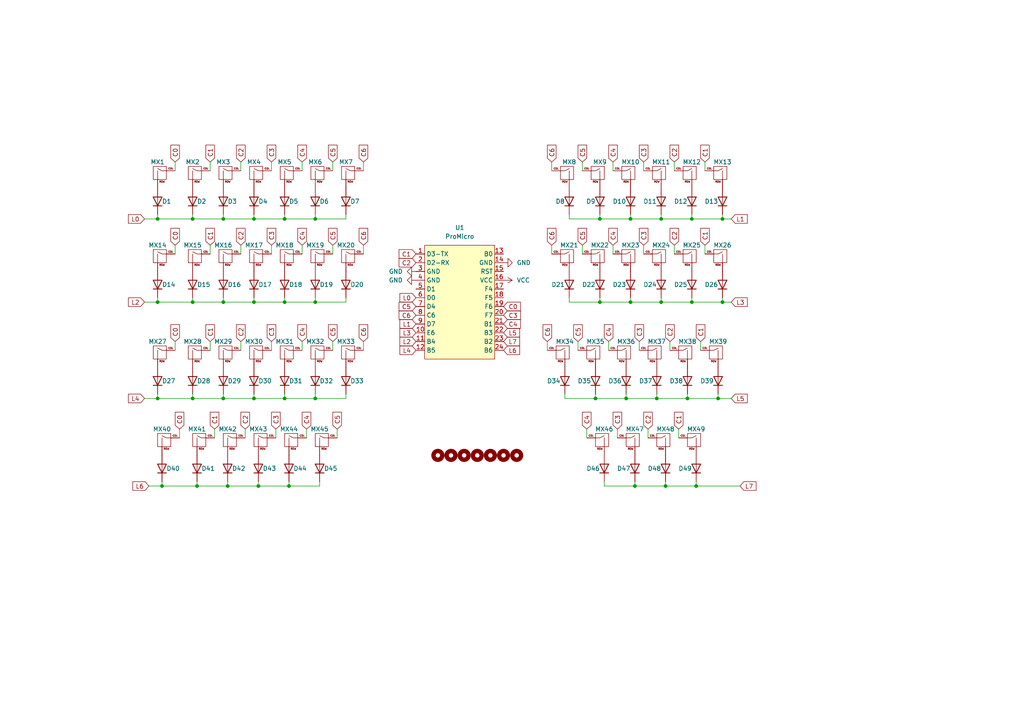
<source format=kicad_sch>
(kicad_sch (version 20230121) (generator eeschema)
  (paper "A4")
  (junction (at 191.77 87.63))
  (junction (at 45.72 115.57))
  (junction (at 83.82 140.97))
  (junction (at 82.55 63.5))
  (junction (at 82.55 87.63))
  (junction (at 64.77 115.57))
  (junction (at 200.66 63.5))
  (junction (at 73.66 87.63))
  (junction (at 66.04 140.97))
  (junction (at 190.5 115.57))
  (junction (at 193.04 140.97))
  (junction (at 73.66 63.5))
  (junction (at 200.66 87.63))
  (junction (at 64.77 87.63))
  (junction (at 74.93 140.97))
  (junction (at 45.72 87.63))
  (junction (at 57.15 140.97))
  (junction (at 201.93 140.97))
  (junction (at 184.15 140.97))
  (junction (at 91.44 63.5))
  (junction (at 82.55 115.57))
  (junction (at 46.99 140.97))
  (junction (at 172.72 115.57))
  (junction (at 55.88 115.57))
  (junction (at 173.99 63.5))
  (junction (at 209.55 63.5))
  (junction (at 73.66 115.57))
  (junction (at 64.77 63.5))
  (junction (at 182.88 63.5))
  (junction (at 182.88 87.63))
  (junction (at 91.44 115.57))
  (junction (at 181.61 115.57))
  (junction (at 191.77 63.5))
  (junction (at 45.72 63.5))
  (junction (at 208.28 115.57))
  (junction (at 55.88 63.5))
  (junction (at 55.88 87.63))
  (junction (at 91.44 87.63))
  (junction (at 209.55 87.63))
  (junction (at 199.39 115.57))
  (junction (at 173.99 87.63))
  (wire (pts (xy 209.55 63.5) (xy 212.09 63.5)))
  (wire (pts (xy 96.52 46.99) (xy 96.52 49.53)))
  (wire (pts (xy 181.61 115.57) (xy 172.72 115.57)))
  (wire (pts (xy 105.41 99.06) (xy 105.41 101.6)))
  (wire (pts (xy 91.44 87.63) (xy 91.44 86.36)))
  (wire (pts (xy 187.96 124.46) (xy 187.96 127)))
  (wire (pts (xy 179.07 124.46) (xy 179.07 127)))
  (wire (pts (xy 200.66 63.5) (xy 200.66 62.23)))
  (wire (pts (xy 173.99 63.5) (xy 165.1 63.5)))
  (wire (pts (xy 193.04 140.97) (xy 184.15 140.97)))
  (wire (pts (xy 57.15 140.97) (xy 66.04 140.97)))
  (wire (pts (xy 168.91 46.99) (xy 168.91 49.53)))
  (wire (pts (xy 208.28 115.57) (xy 199.39 115.57)))
  (wire (pts (xy 177.8 46.99) (xy 177.8 49.53)))
  (wire (pts (xy 45.72 115.57) (xy 45.72 114.3)))
  (wire (pts (xy 57.15 140.97) (xy 57.15 139.7)))
  (wire (pts (xy 45.72 63.5) (xy 55.88 63.5)))
  (wire (pts (xy 194.31 99.06) (xy 194.31 101.6)))
  (wire (pts (xy 50.8 46.99) (xy 50.8 49.53)))
  (wire (pts (xy 60.96 99.06) (xy 60.96 101.6)))
  (wire (pts (xy 195.58 46.99) (xy 195.58 49.53)))
  (wire (pts (xy 83.82 140.97) (xy 92.71 140.97)))
  (wire (pts (xy 173.99 87.63) (xy 173.99 86.36)))
  (wire (pts (xy 69.85 99.06) (xy 69.85 101.6)))
  (wire (pts (xy 100.33 115.57) (xy 100.33 114.3)))
  (wire (pts (xy 62.23 124.46) (xy 62.23 127)))
  (wire (pts (xy 191.77 63.5) (xy 191.77 62.23)))
  (wire (pts (xy 55.88 87.63) (xy 55.88 86.36)))
  (wire (pts (xy 200.66 63.5) (xy 209.55 63.5)))
  (wire (pts (xy 105.41 71.12) (xy 105.41 73.66)))
  (wire (pts (xy 60.96 46.99) (xy 60.96 49.53)))
  (wire (pts (xy 191.77 87.63) (xy 191.77 86.36)))
  (wire (pts (xy 55.88 63.5) (xy 64.77 63.5)))
  (wire (pts (xy 73.66 87.63) (xy 82.55 87.63)))
  (wire (pts (xy 190.5 115.57) (xy 181.61 115.57)))
  (wire (pts (xy 64.77 115.57) (xy 64.77 114.3)))
  (wire (pts (xy 73.66 115.57) (xy 73.66 114.3)))
  (wire (pts (xy 82.55 63.5) (xy 82.55 62.23)))
  (wire (pts (xy 71.12 124.46) (xy 71.12 127)))
  (wire (pts (xy 167.64 99.06) (xy 167.64 101.6)))
  (wire (pts (xy 69.85 71.12) (xy 69.85 73.66)))
  (wire (pts (xy 92.71 140.97) (xy 92.71 139.7)))
  (wire (pts (xy 55.88 115.57) (xy 64.77 115.57)))
  (wire (pts (xy 176.53 99.06) (xy 176.53 101.6)))
  (wire (pts (xy 45.72 63.5) (xy 45.72 62.23)))
  (wire (pts (xy 52.07 124.46) (xy 52.07 127)))
  (wire (pts (xy 55.88 63.5) (xy 55.88 62.23)))
  (wire (pts (xy 209.55 87.63) (xy 212.09 87.63)))
  (wire (pts (xy 182.88 63.5) (xy 173.99 63.5)))
  (wire (pts (xy 64.77 115.57) (xy 73.66 115.57)))
  (wire (pts (xy 78.74 71.12) (xy 78.74 73.66)))
  (wire (pts (xy 50.8 99.06) (xy 50.8 101.6)))
  (wire (pts (xy 73.66 63.5) (xy 82.55 63.5)))
  (wire (pts (xy 195.58 71.12) (xy 195.58 73.66)))
  (wire (pts (xy 87.63 99.06) (xy 87.63 101.6)))
  (wire (pts (xy 64.77 87.63) (xy 64.77 86.36)))
  (wire (pts (xy 181.61 115.57) (xy 181.61 114.3)))
  (wire (pts (xy 50.8 71.12) (xy 50.8 73.66)))
  (wire (pts (xy 172.72 115.57) (xy 172.72 114.3)))
  (wire (pts (xy 201.93 140.97) (xy 214.63 140.97)))
  (wire (pts (xy 73.66 87.63) (xy 73.66 86.36)))
  (wire (pts (xy 204.47 46.99) (xy 204.47 49.53)))
  (wire (pts (xy 78.74 46.99) (xy 78.74 49.53)))
  (wire (pts (xy 41.91 63.5) (xy 45.72 63.5)))
  (wire (pts (xy 45.72 115.57) (xy 55.88 115.57)))
  (wire (pts (xy 175.26 140.97) (xy 175.26 139.7)))
  (wire (pts (xy 182.88 63.5) (xy 182.88 62.23)))
  (wire (pts (xy 209.55 63.5) (xy 209.55 62.23)))
  (wire (pts (xy 182.88 87.63) (xy 182.88 86.36)))
  (wire (pts (xy 55.88 115.57) (xy 55.88 114.3)))
  (wire (pts (xy 66.04 140.97) (xy 74.93 140.97)))
  (wire (pts (xy 41.91 87.63) (xy 45.72 87.63)))
  (wire (pts (xy 73.66 115.57) (xy 82.55 115.57)))
  (wire (pts (xy 64.77 63.5) (xy 64.77 62.23)))
  (wire (pts (xy 45.72 87.63) (xy 55.88 87.63)))
  (wire (pts (xy 43.18 140.97) (xy 46.99 140.97)))
  (wire (pts (xy 158.75 99.06) (xy 158.75 101.6)))
  (wire (pts (xy 91.44 63.5) (xy 100.33 63.5)))
  (wire (pts (xy 83.82 140.97) (xy 83.82 139.7)))
  (wire (pts (xy 184.15 140.97) (xy 184.15 139.7)))
  (wire (pts (xy 96.52 99.06) (xy 96.52 101.6)))
  (wire (pts (xy 173.99 87.63) (xy 165.1 87.63)))
  (wire (pts (xy 91.44 115.57) (xy 91.44 114.3)))
  (wire (pts (xy 193.04 140.97) (xy 193.04 139.7)))
  (wire (pts (xy 160.02 46.99) (xy 160.02 49.53)))
  (wire (pts (xy 212.09 115.57) (xy 208.28 115.57)))
  (wire (pts (xy 209.55 87.63) (xy 200.66 87.63)))
  (wire (pts (xy 163.83 115.57) (xy 163.83 114.3)))
  (wire (pts (xy 172.72 115.57) (xy 163.83 115.57)))
  (wire (pts (xy 82.55 115.57) (xy 91.44 115.57)))
  (wire (pts (xy 105.41 46.99) (xy 105.41 49.53)))
  (wire (pts (xy 87.63 71.12) (xy 87.63 73.66)))
  (wire (pts (xy 186.69 71.12) (xy 186.69 73.66)))
  (wire (pts (xy 55.88 87.63) (xy 64.77 87.63)))
  (wire (pts (xy 190.5 115.57) (xy 190.5 114.3)))
  (wire (pts (xy 165.1 63.5) (xy 165.1 62.23)))
  (wire (pts (xy 100.33 63.5) (xy 100.33 62.23)))
  (wire (pts (xy 209.55 87.63) (xy 209.55 86.36)))
  (wire (pts (xy 82.55 87.63) (xy 82.55 86.36)))
  (wire (pts (xy 73.66 63.5) (xy 73.66 62.23)))
  (wire (pts (xy 200.66 87.63) (xy 200.66 86.36)))
  (wire (pts (xy 185.42 99.06) (xy 185.42 101.6)))
  (wire (pts (xy 168.91 71.12) (xy 168.91 73.66)))
  (wire (pts (xy 191.77 63.5) (xy 200.66 63.5)))
  (wire (pts (xy 87.63 46.99) (xy 87.63 49.53)))
  (wire (pts (xy 100.33 87.63) (xy 100.33 86.36)))
  (wire (pts (xy 91.44 87.63) (xy 100.33 87.63)))
  (wire (pts (xy 204.47 71.12) (xy 204.47 73.66)))
  (wire (pts (xy 160.02 71.12) (xy 160.02 73.66)))
  (wire (pts (xy 82.55 115.57) (xy 82.55 114.3)))
  (wire (pts (xy 82.55 63.5) (xy 91.44 63.5)))
  (wire (pts (xy 64.77 87.63) (xy 73.66 87.63)))
  (wire (pts (xy 91.44 115.57) (xy 100.33 115.57)))
  (wire (pts (xy 80.01 124.46) (xy 80.01 127)))
  (wire (pts (xy 69.85 46.99) (xy 69.85 49.53)))
  (wire (pts (xy 78.74 99.06) (xy 78.74 101.6)))
  (wire (pts (xy 82.55 87.63) (xy 91.44 87.63)))
  (wire (pts (xy 177.8 71.12) (xy 177.8 73.66)))
  (wire (pts (xy 191.77 63.5) (xy 182.88 63.5)))
  (wire (pts (xy 60.96 71.12) (xy 60.96 73.66)))
  (wire (pts (xy 96.52 71.12) (xy 96.52 73.66)))
  (wire (pts (xy 64.77 63.5) (xy 73.66 63.5)))
  (wire (pts (xy 170.18 124.46) (xy 170.18 127)))
  (wire (pts (xy 91.44 63.5) (xy 91.44 62.23)))
  (wire (pts (xy 196.85 124.46) (xy 196.85 127)))
  (wire (pts (xy 46.99 140.97) (xy 46.99 139.7)))
  (wire (pts (xy 97.79 124.46) (xy 97.79 127)))
  (wire (pts (xy 201.93 140.97) (xy 201.93 139.7)))
  (wire (pts (xy 74.93 140.97) (xy 74.93 139.7)))
  (wire (pts (xy 184.15 140.97) (xy 175.26 140.97)))
  (wire (pts (xy 201.93 140.97) (xy 193.04 140.97)))
  (wire (pts (xy 199.39 115.57) (xy 199.39 114.3)))
  (wire (pts (xy 186.69 46.99) (xy 186.69 49.53)))
  (wire (pts (xy 165.1 87.63) (xy 165.1 86.36)))
  (wire (pts (xy 74.93 140.97) (xy 83.82 140.97)))
  (wire (pts (xy 66.04 140.97) (xy 66.04 139.7)))
  (wire (pts (xy 191.77 87.63) (xy 200.66 87.63)))
  (wire (pts (xy 88.9 124.46) (xy 88.9 127)))
  (wire (pts (xy 199.39 115.57) (xy 190.5 115.57)))
  (wire (pts (xy 41.91 115.57) (xy 45.72 115.57)))
  (wire (pts (xy 191.77 87.63) (xy 182.88 87.63)))
  (wire (pts (xy 182.88 87.63) (xy 173.99 87.63)))
  (wire (pts (xy 46.99 140.97) (xy 57.15 140.97)))
  (wire (pts (xy 208.28 115.57) (xy 208.28 114.3)))
  (wire (pts (xy 45.72 87.63) (xy 45.72 86.36)))
  (wire (pts (xy 203.2 99.06) (xy 203.2 101.6)))
  (wire (pts (xy 173.99 63.5) (xy 173.99 62.23)))
  (global_label "C2" (shape input) (at 195.58 46.99 90) (property "Intersheetrefs" "${INTERSHEET_REFS}" (effects hide)))
  (global_label "C1" (shape input) (at 120.65 73.66 180) (property "Intersheetrefs" "${INTERSHEET_REFS}" (effects hide)))
  (global_label "C5" (shape input) (at 96.52 46.99 90) (property "Intersheetrefs" "${INTERSHEET_REFS}" (effects hide)))
  (global_label "C6" (shape input) (at 105.41 71.12 90) (property "Intersheetrefs" "${INTERSHEET_REFS}" (effects hide)))
  (global_label "L1" (shape input) (at 120.65 93.98 180) (property "Intersheetrefs" "${INTERSHEET_REFS}" (effects hide)))
  (global_label "C6" (shape input) (at 105.41 46.99 90) (property "Intersheetrefs" "${INTERSHEET_REFS}" (effects hide)))
  (global_label "C1" (shape input) (at 60.96 46.99 90) (property "Intersheetrefs" "${INTERSHEET_REFS}" (effects hide)))
  (global_label "L7" (shape input) (at 146.05 99.06 0) (property "Intersheetrefs" "${INTERSHEET_REFS}" (effects hide)))
  (global_label "C1" (shape input) (at 196.85 124.46 90) (property "Intersheetrefs" "${INTERSHEET_REFS}" (effects hide)))
  (global_label "C3" (shape input) (at 186.69 46.99 90) (property "Intersheetrefs" "${INTERSHEET_REFS}" (effects hide)))
  (global_label "C5" (shape input) (at 120.65 88.9 180) (property "Intersheetrefs" "${INTERSHEET_REFS}" (effects hide)))
  (global_label "C0" (shape input) (at 50.8 99.06 90) (property "Intersheetrefs" "${INTERSHEET_REFS}" (effects hide)))
  (global_label "C3" (shape input) (at 186.69 71.12 90) (property "Intersheetrefs" "${INTERSHEET_REFS}" (effects hide)))
  (global_label "C1" (shape input) (at 203.2 99.06 90) (property "Intersheetrefs" "${INTERSHEET_REFS}" (effects hide)))
  (global_label "C0" (shape input) (at 50.8 46.99 90) (property "Intersheetrefs" "${INTERSHEET_REFS}" (effects hide)))
  (global_label "C2" (shape input) (at 69.85 46.99 90) (property "Intersheetrefs" "${INTERSHEET_REFS}" (effects hide)))
  (global_label "C3" (shape input) (at 78.74 71.12 90) (property "Intersheetrefs" "${INTERSHEET_REFS}" (effects hide)))
  (global_label "L4" (shape input) (at 120.65 101.6 180) (property "Intersheetrefs" "${INTERSHEET_REFS}" (effects hide)))
  (global_label "C0" (shape input) (at 146.05 88.9 0) (property "Intersheetrefs" "${INTERSHEET_REFS}" (effects hide)))
  (global_label "L6" (shape input) (at 43.18 140.97 180) (property "Intersheetrefs" "${INTERSHEET_REFS}" (effects hide)))
  (global_label "C5" (shape input) (at 96.52 99.06 90) (property "Intersheetrefs" "${INTERSHEET_REFS}" (effects hide)))
  (global_label "C6" (shape input) (at 105.41 99.06 90) (property "Intersheetrefs" "${INTERSHEET_REFS}" (effects hide)))
  (global_label "L2" (shape input) (at 41.91 87.63 180) (property "Intersheetrefs" "${INTERSHEET_REFS}" (effects hide)))
  (global_label "C0" (shape input) (at 50.8 71.12 90) (property "Intersheetrefs" "${INTERSHEET_REFS}" (effects hide)))
  (global_label "L3" (shape input) (at 120.65 96.52 180) (property "Intersheetrefs" "${INTERSHEET_REFS}" (effects hide)))
  (global_label "C2" (shape input) (at 120.65 76.2 180) (property "Intersheetrefs" "${INTERSHEET_REFS}" (effects hide)))
  (global_label "C5" (shape input) (at 168.91 71.12 90) (property "Intersheetrefs" "${INTERSHEET_REFS}" (effects hide)))
  (global_label "L6" (shape input) (at 146.05 101.6 0) (property "Intersheetrefs" "${INTERSHEET_REFS}" (effects hide)))
  (global_label "C4" (shape input) (at 87.63 71.12 90) (property "Intersheetrefs" "${INTERSHEET_REFS}" (effects hide)))
  (global_label "C3" (shape input) (at 146.05 91.44 0) (property "Intersheetrefs" "${INTERSHEET_REFS}" (effects hide)))
  (global_label "L3" (shape input) (at 212.09 87.63 0) (property "Intersheetrefs" "${INTERSHEET_REFS}" (effects hide)))
  (global_label "L5" (shape input) (at 212.09 115.57 0) (property "Intersheetrefs" "${INTERSHEET_REFS}" (effects hide)))
  (global_label "C2" (shape input) (at 71.12 124.46 90) (property "Intersheetrefs" "${INTERSHEET_REFS}" (effects hide)))
  (global_label "C5" (shape input) (at 96.52 71.12 90) (property "Intersheetrefs" "${INTERSHEET_REFS}" (effects hide)))
  (global_label "C0" (shape input) (at 52.07 124.46 90) (property "Intersheetrefs" "${INTERSHEET_REFS}" (effects hide)))
  (global_label "C5" (shape input) (at 167.64 99.06 90) (property "Intersheetrefs" "${INTERSHEET_REFS}" (effects hide)))
  (global_label "C4" (shape input) (at 146.05 93.98 0) (property "Intersheetrefs" "${INTERSHEET_REFS}" (effects hide)))
  (global_label "C3" (shape input) (at 179.07 124.46 90) (property "Intersheetrefs" "${INTERSHEET_REFS}" (effects hide)))
  (global_label "C1" (shape input) (at 60.96 71.12 90) (property "Intersheetrefs" "${INTERSHEET_REFS}" (effects hide)))
  (global_label "C6" (shape input) (at 160.02 46.99 90) (property "Intersheetrefs" "${INTERSHEET_REFS}" (effects hide)))
  (global_label "C4" (shape input) (at 170.18 124.46 90) (property "Intersheetrefs" "${INTERSHEET_REFS}" (effects hide)))
  (global_label "C3" (shape input) (at 78.74 46.99 90) (property "Intersheetrefs" "${INTERSHEET_REFS}" (effects hide)))
  (global_label "C2" (shape input) (at 69.85 99.06 90) (property "Intersheetrefs" "${INTERSHEET_REFS}" (effects hide)))
  (global_label "C4" (shape input) (at 88.9 124.46 90) (property "Intersheetrefs" "${INTERSHEET_REFS}" (effects hide)))
  (global_label "C4" (shape input) (at 87.63 46.99 90) (property "Intersheetrefs" "${INTERSHEET_REFS}" (effects hide)))
  (global_label "L5" (shape input) (at 146.05 96.52 0) (property "Intersheetrefs" "${INTERSHEET_REFS}" (effects hide)))
  (global_label "C5" (shape input) (at 97.79 124.46 90) (property "Intersheetrefs" "${INTERSHEET_REFS}" (effects hide)))
  (global_label "C1" (shape input) (at 204.47 46.99 90) (property "Intersheetrefs" "${INTERSHEET_REFS}" (effects hide)))
  (global_label "C3" (shape input) (at 185.42 99.06 90) (property "Intersheetrefs" "${INTERSHEET_REFS}" (effects hide)))
  (global_label "C3" (shape input) (at 78.74 99.06 90) (property "Intersheetrefs" "${INTERSHEET_REFS}" (effects hide)))
  (global_label "L7" (shape input) (at 214.63 140.97 0) (property "Intersheetrefs" "${INTERSHEET_REFS}" (effects hide)))
  (global_label "C1" (shape input) (at 60.96 99.06 90) (property "Intersheetrefs" "${INTERSHEET_REFS}" (effects hide)))
  (global_label "L1" (shape input) (at 212.09 63.5 0) (property "Intersheetrefs" "${INTERSHEET_REFS}" (effects hide)))
  (global_label "C4" (shape input) (at 177.8 71.12 90) (property "Intersheetrefs" "${INTERSHEET_REFS}" (effects hide)))
  (global_label "L4" (shape input) (at 41.91 115.57 180) (property "Intersheetrefs" "${INTERSHEET_REFS}" (effects hide)))
  (global_label "C6" (shape input) (at 120.65 91.44 180) (property "Intersheetrefs" "${INTERSHEET_REFS}" (effects hide)))
  (global_label "C6" (shape input) (at 160.02 71.12 90) (property "Intersheetrefs" "${INTERSHEET_REFS}" (effects hide)))
  (global_label "C3" (shape input) (at 80.01 124.46 90) (property "Intersheetrefs" "${INTERSHEET_REFS}" (effects hide)))
  (global_label "C2" (shape input) (at 69.85 71.12 90) (property "Intersheetrefs" "${INTERSHEET_REFS}" (effects hide)))
  (global_label "L0" (shape input) (at 120.65 86.36 180) (property "Intersheetrefs" "${INTERSHEET_REFS}" (effects hide)))
  (global_label "L0" (shape input) (at 41.91 63.5 180) (property "Intersheetrefs" "${INTERSHEET_REFS}" (effects hide)))
  (global_label "C4" (shape input) (at 177.8 46.99 90) (property "Intersheetrefs" "${INTERSHEET_REFS}" (effects hide)))
  (global_label "C6" (shape input) (at 158.75 99.06 90) (property "Intersheetrefs" "${INTERSHEET_REFS}" (effects hide)))
  (global_label "C5" (shape input) (at 168.91 46.99 90) (property "Intersheetrefs" "${INTERSHEET_REFS}" (effects hide)))
  (global_label "C2" (shape input) (at 195.58 71.12 90) (property "Intersheetrefs" "${INTERSHEET_REFS}" (effects hide)))
  (global_label "C2" (shape input) (at 187.96 124.46 90) (property "Intersheetrefs" "${INTERSHEET_REFS}" (effects hide)))
  (global_label "C4" (shape input) (at 176.53 99.06 90) (property "Intersheetrefs" "${INTERSHEET_REFS}" (effects hide)))
  (global_label "C1" (shape input) (at 62.23 124.46 90) (property "Intersheetrefs" "${INTERSHEET_REFS}" (effects hide)))
  (global_label "L2" (shape input) (at 120.65 99.06 180) (property "Intersheetrefs" "${INTERSHEET_REFS}" (effects hide)))
  (global_label "C1" (shape input) (at 204.47 71.12 90) (property "Intersheetrefs" "${INTERSHEET_REFS}" (effects hide)))
  (global_label "C2" (shape input) (at 194.31 99.06 90) (property "Intersheetrefs" "${INTERSHEET_REFS}" (effects hide)))
  (global_label "C4" (shape input) (at 87.63 99.06 90) (property "Intersheetrefs" "${INTERSHEET_REFS}" (effects hide)))
  (symbol (lib_id "Diode:1N4148") (at 163.83 110.49 270) (mirror x) (unit 1)
    (property "Reference" "D34" (at 162.56 110.49 90) (effects (justify right)))
    (property "Value" "1N4148" (effects hide))
    (property "Footprint" "Diode_THT:D_DO-35_SOD27_P7.62mm_Horizontal" (effects hide))
    (property "Datasheet" "https://assets.nexperia.com/documents/data-sheet/1N4148_1N4448.pdf" (effects hide))
    (property "Sim.Device" "D" (effects hide))
    (property "Sim.Pins" "1=K 2=A" (effects hide))
  )
  (symbol (lib_id "Mechanical:MountingHole") (at 130.81 132.08 0) (unit 1)
    (property "Reference" "H2" (effects hide))
    (property "Value" "MountingHole" (effects hide))
    (property "Footprint" "MountingHole:MountingHole_2.2mm_M2" (effects hide))
  )
  (symbol (lib_id "power:GND") (at 120.65 78.74 270) (unit 1)
    (property "Reference" "#PWR02" (effects hide))
    (property "Value" "GND" (at 116.84 78.74 90) (effects (justify right)))
  )
  (symbol (lib_id "PCM_0xcb:MX") (at 92.71 49.53 0) (unit 1)
    (property "Reference" "MX6" (at 91.44 46.99 0))
    (property "Value" "MX" (effects hide))
    (property "Footprint" "_mx:MX-Alps-Hybrid-1U" (effects hide))
  )
  (symbol (lib_id "Diode:1N4148") (at 199.39 110.49 270) (mirror x) (unit 1)
    (property "Reference" "D38" (at 198.12 110.49 90) (effects (justify right)))
    (property "Value" "1N4148" (effects hide))
    (property "Footprint" "Diode_THT:D_DO-35_SOD27_P7.62mm_Horizontal" (effects hide))
    (property "Datasheet" "https://assets.nexperia.com/documents/data-sheet/1N4148_1N4448.pdf" (effects hide))
    (property "Sim.Device" "D" (effects hide))
    (property "Sim.Pins" "1=K 2=A" (effects hide))
  )
  (symbol (lib_id "Diode:1N4148") (at 100.33 58.42 90) (unit 1)
    (property "Reference" "D7" (at 101.6 58.42 90) (effects (justify right)))
    (property "Value" "1N4148" (effects hide))
    (property "Footprint" "Diode_THT:D_DO-35_SOD27_P7.62mm_Horizontal" (effects hide))
    (property "Datasheet" "https://assets.nexperia.com/documents/data-sheet/1N4148_1N4448.pdf" (effects hide))
    (property "Sim.Device" "D" (effects hide))
    (property "Sim.Pins" "1=K 2=A" (effects hide))
  )
  (symbol (lib_id "Diode:1N4148") (at 184.15 135.89 270) (mirror x) (unit 1)
    (property "Reference" "D47" (at 182.88 135.89 90) (effects (justify right)))
    (property "Value" "1N4148" (effects hide))
    (property "Footprint" "Diode_THT:D_DO-35_SOD27_P7.62mm_Horizontal" (effects hide))
    (property "Datasheet" "https://assets.nexperia.com/documents/data-sheet/1N4148_1N4448.pdf" (effects hide))
    (property "Sim.Device" "D" (effects hide))
    (property "Sim.Pins" "1=K 2=A" (effects hide))
  )
  (symbol (lib_id "Diode:1N4148") (at 201.93 135.89 270) (mirror x) (unit 1)
    (property "Reference" "D49" (at 200.66 135.89 90) (effects (justify right)))
    (property "Value" "1N4148" (effects hide))
    (property "Footprint" "Diode_THT:D_DO-35_SOD27_P7.62mm_Horizontal" (effects hide))
    (property "Datasheet" "https://assets.nexperia.com/documents/data-sheet/1N4148_1N4448.pdf" (effects hide))
    (property "Sim.Device" "D" (effects hide))
    (property "Sim.Pins" "1=K 2=A" (effects hide))
  )
  (symbol (lib_id "Diode:1N4148") (at 175.26 135.89 270) (mirror x) (unit 1)
    (property "Reference" "D46" (at 173.99 135.89 90) (effects (justify right)))
    (property "Value" "1N4148" (effects hide))
    (property "Footprint" "Diode_THT:D_DO-35_SOD27_P7.62mm_Horizontal" (effects hide))
    (property "Datasheet" "https://assets.nexperia.com/documents/data-sheet/1N4148_1N4448.pdf" (effects hide))
    (property "Sim.Device" "D" (effects hide))
    (property "Sim.Pins" "1=K 2=A" (effects hide))
  )
  (symbol (lib_id "Diode:1N4148") (at 45.72 110.49 90) (unit 1)
    (property "Reference" "D27" (at 46.99 110.49 90) (effects (justify right)))
    (property "Value" "1N4148" (effects hide))
    (property "Footprint" "Diode_THT:D_DO-35_SOD27_P7.62mm_Horizontal" (effects hide))
    (property "Datasheet" "https://assets.nexperia.com/documents/data-sheet/1N4148_1N4448.pdf" (effects hide))
    (property "Sim.Device" "D" (effects hide))
    (property "Sim.Pins" "1=K 2=A" (effects hide))
  )
  (symbol (lib_id "PCM_0xcb:MX") (at 180.34 101.6 0) (mirror y) (unit 1)
    (property "Reference" "MX36" (at 181.61 99.06 0))
    (property "Value" "MX" (effects hide))
    (property "Footprint" "_mx:MX-Alps-Hybrid-1U" (effects hide))
  )
  (symbol (lib_id "PCM_0xcb:MX") (at 181.61 49.53 0) (mirror y) (unit 1)
    (property "Reference" "MX10" (at 182.88 46.99 0))
    (property "Value" "MX" (effects hide))
    (property "Footprint" "_mx:MX-Alps-Hybrid-1U" (effects hide))
  )
  (symbol (lib_id "PCM_0xcb:MX") (at 74.93 101.6 0) (unit 1)
    (property "Reference" "MX30" (at 73.66 99.06 0))
    (property "Value" "MX" (effects hide))
    (property "Footprint" "_mx:MX-Alps-Hybrid-1U" (effects hide))
  )
  (symbol (lib_id "Diode:1N4148") (at 64.77 58.42 90) (unit 1)
    (property "Reference" "D3" (at 66.04 58.42 90) (effects (justify right)))
    (property "Value" "1N4148" (effects hide))
    (property "Footprint" "Diode_THT:D_DO-35_SOD27_P7.62mm_Horizontal" (effects hide))
    (property "Datasheet" "https://assets.nexperia.com/documents/data-sheet/1N4148_1N4448.pdf" (effects hide))
    (property "Sim.Device" "D" (effects hide))
    (property "Sim.Pins" "1=K 2=A" (effects hide))
  )
  (symbol (lib_id "PCM_0xcb:MX") (at 93.98 127 0) (unit 1)
    (property "Reference" "MX45" (at 92.71 124.46 0))
    (property "Value" "MX" (effects hide))
    (property "Footprint" "_mx:MX-Alps-Hybrid-2.75U" (effects hide))
  )
  (symbol (lib_id "PCM_0xcb:MX") (at 74.93 73.66 0) (unit 1)
    (property "Reference" "MX17" (at 73.66 71.12 0))
    (property "Value" "MX" (effects hide))
    (property "Footprint" "_mx:MX-Alps-Hybrid-1U" (effects hide))
  )
  (symbol (lib_id "PCM_0xcb:MX") (at 163.83 73.66 0) (mirror y) (unit 1)
    (property "Reference" "MX21" (at 165.1 71.12 0))
    (property "Value" "MX" (effects hide))
    (property "Footprint" "_mx:MX-Alps-Hybrid-1U" (effects hide))
  )
  (symbol (lib_id "PCM_0xcb:MX") (at 66.04 49.53 0) (unit 1)
    (property "Reference" "MX3" (at 64.77 46.99 0))
    (property "Value" "MX" (effects hide))
    (property "Footprint" "_mx:MX-Alps-Hybrid-1U" (effects hide))
  )
  (symbol (lib_id "PCM_0xcb:MX") (at 57.15 73.66 0) (unit 1)
    (property "Reference" "MX15" (at 55.88 71.12 0))
    (property "Value" "MX" (effects hide))
    (property "Footprint" "_mx:MX-Alps-Hybrid-1.25U" (effects hide))
  )
  (symbol (lib_id "Diode:1N4148") (at 172.72 110.49 270) (mirror x) (unit 1)
    (property "Reference" "D35" (at 171.45 110.49 90) (effects (justify right)))
    (property "Value" "1N4148" (effects hide))
    (property "Footprint" "Diode_THT:D_DO-35_SOD27_P7.62mm_Horizontal" (effects hide))
    (property "Datasheet" "https://assets.nexperia.com/documents/data-sheet/1N4148_1N4448.pdf" (effects hide))
    (property "Sim.Device" "D" (effects hide))
    (property "Sim.Pins" "1=K 2=A" (effects hide))
  )
  (symbol (lib_id "PCM_0xcb:MX") (at 76.2 127 0) (unit 1)
    (property "Reference" "MX43" (at 74.93 124.46 0))
    (property "Value" "MX" (effects hide))
    (property "Footprint" "_mx:MX-Alps-Hybrid-1.25U" (effects hide))
  )
  (symbol (lib_id "Diode:1N4148") (at 82.55 110.49 90) (unit 1)
    (property "Reference" "D31" (at 83.82 110.49 90) (effects (justify right)))
    (property "Value" "1N4148" (effects hide))
    (property "Footprint" "Diode_THT:D_DO-35_SOD27_P7.62mm_Horizontal" (effects hide))
    (property "Datasheet" "https://assets.nexperia.com/documents/data-sheet/1N4148_1N4448.pdf" (effects hide))
    (property "Sim.Device" "D" (effects hide))
    (property "Sim.Pins" "1=K 2=A" (effects hide))
  )
  (symbol (lib_id "Diode:1N4148") (at 82.55 82.55 90) (unit 1)
    (property "Reference" "D18" (at 83.82 82.55 90) (effects (justify right)))
    (property "Value" "1N4148" (effects hide))
    (property "Footprint" "Diode_THT:D_DO-35_SOD27_P7.62mm_Horizontal" (effects hide))
    (property "Datasheet" "https://assets.nexperia.com/documents/data-sheet/1N4148_1N4448.pdf" (effects hide))
    (property "Sim.Device" "D" (effects hide))
    (property "Sim.Pins" "1=K 2=A" (effects hide))
  )
  (symbol (lib_id "PCM_0xcb:MX") (at 57.15 49.53 0) (unit 1)
    (property "Reference" "MX2" (at 55.88 46.99 0))
    (property "Value" "MX" (effects hide))
    (property "Footprint" "_mx:MX-Alps-Hybrid-1U" (effects hide))
  )
  (symbol (lib_id "Diode:1N4148") (at 66.04 135.89 90) (unit 1)
    (property "Reference" "D42" (at 67.31 135.89 90) (effects (justify right)))
    (property "Value" "1N4148" (effects hide))
    (property "Footprint" "Diode_THT:D_DO-35_SOD27_P7.62mm_Horizontal" (effects hide))
    (property "Datasheet" "https://assets.nexperia.com/documents/data-sheet/1N4148_1N4448.pdf" (effects hide))
    (property "Sim.Device" "D" (effects hide))
    (property "Sim.Pins" "1=K 2=A" (effects hide))
  )
  (symbol (lib_id "Diode:1N4148") (at 73.66 58.42 90) (unit 1)
    (property "Reference" "D4" (at 74.93 58.42 90) (effects (justify right)))
    (property "Value" "1N4148" (effects hide))
    (property "Footprint" "Diode_THT:D_DO-35_SOD27_P7.62mm_Horizontal" (effects hide))
    (property "Datasheet" "https://assets.nexperia.com/documents/data-sheet/1N4148_1N4448.pdf" (effects hide))
    (property "Sim.Device" "D" (effects hide))
    (property "Sim.Pins" "1=K 2=A" (effects hide))
  )
  (symbol (lib_id "PCM_0xcb:MX") (at 207.01 101.6 0) (mirror y) (unit 1)
    (property "Reference" "MX39" (at 208.28 99.06 0))
    (property "Value" "MX" (effects hide))
    (property "Footprint" "_mx:MX-Alps-Hybrid-1U" (effects hide))
  )
  (symbol (lib_id "PCM_0xcb:MX") (at 171.45 101.6 0) (mirror y) (unit 1)
    (property "Reference" "MX35" (at 172.72 99.06 0))
    (property "Value" "MX" (effects hide))
    (property "Footprint" "_mx:MX-Alps-Hybrid-1U" (effects hide))
  )
  (symbol (lib_id "Diode:1N4148") (at 46.99 135.89 90) (unit 1)
    (property "Reference" "D40" (at 48.26 135.89 90) (effects (justify right)))
    (property "Value" "1N4148" (effects hide))
    (property "Footprint" "Diode_THT:D_DO-35_SOD27_P7.62mm_Horizontal" (effects hide))
    (property "Datasheet" "https://assets.nexperia.com/documents/data-sheet/1N4148_1N4448.pdf" (effects hide))
    (property "Sim.Device" "D" (effects hide))
    (property "Sim.Pins" "1=K 2=A" (effects hide))
  )
  (symbol (lib_id "Mechanical:MountingHole") (at 127 132.08 0) (unit 1)
    (property "Reference" "H1" (effects hide))
    (property "Value" "MountingHole" (effects hide))
    (property "Footprint" "MountingHole:MountingHole_2.2mm_M2" (effects hide))
  )
  (symbol (lib_id "PCM_0xcb:MX") (at 199.39 73.66 0) (mirror y) (unit 1)
    (property "Reference" "MX25" (at 200.66 71.12 0))
    (property "Value" "MX" (effects hide))
    (property "Footprint" "_mx:MX-Alps-Hybrid-1U" (effects hide))
  )
  (symbol (lib_id "Mechanical:MountingHole") (at 142.24 132.08 0) (unit 1)
    (property "Reference" "H5" (effects hide))
    (property "Value" "MountingHole" (effects hide))
    (property "Footprint" "MountingHole:MountingHole_2.2mm_M2" (effects hide))
  )
  (symbol (lib_id "Diode:1N4148") (at 191.77 58.42 270) (mirror x) (unit 1)
    (property "Reference" "D11" (at 190.5 58.42 90) (effects (justify right)))
    (property "Value" "1N4148" (effects hide))
    (property "Footprint" "Diode_THT:D_DO-35_SOD27_P7.62mm_Horizontal" (effects hide))
    (property "Datasheet" "https://assets.nexperia.com/documents/data-sheet/1N4148_1N4448.pdf" (effects hide))
    (property "Sim.Device" "D" (effects hide))
    (property "Sim.Pins" "1=K 2=A" (effects hide))
  )
  (symbol (lib_id "Diode:1N4148") (at 200.66 82.55 270) (mirror x) (unit 1)
    (property "Reference" "D25" (at 199.39 82.55 90) (effects (justify right)))
    (property "Value" "1N4148" (effects hide))
    (property "Footprint" "Diode_THT:D_DO-35_SOD27_P7.62mm_Horizontal" (effects hide))
    (property "Datasheet" "https://assets.nexperia.com/documents/data-sheet/1N4148_1N4448.pdf" (effects hide))
    (property "Sim.Device" "D" (effects hide))
    (property "Sim.Pins" "1=K 2=A" (effects hide))
  )
  (symbol (lib_id "Diode:1N4148") (at 208.28 110.49 270) (mirror x) (unit 1)
    (property "Reference" "D39" (at 207.01 110.49 90) (effects (justify right)))
    (property "Value" "1N4148" (effects hide))
    (property "Footprint" "Diode_THT:D_DO-35_SOD27_P7.62mm_Horizontal" (effects hide))
    (property "Datasheet" "https://assets.nexperia.com/documents/data-sheet/1N4148_1N4448.pdf" (effects hide))
    (property "Sim.Device" "D" (effects hide))
    (property "Sim.Pins" "1=K 2=A" (effects hide))
  )
  (symbol (lib_id "power:GND") (at 146.05 76.2 90) (unit 1)
    (property "Reference" "#PWR01" (effects hide))
    (property "Value" "GND" (at 149.86 76.2 90) (effects (justify right)))
  )
  (symbol (lib_id "PCM_0xcb:MX") (at 83.82 73.66 0) (unit 1)
    (property "Reference" "MX18" (at 82.55 71.12 0))
    (property "Value" "MX" (effects hide))
    (property "Footprint" "_mx:MX-Alps-Hybrid-1U" (effects hide))
  )
  (symbol (lib_id "PCM_0xcb:MX") (at 163.83 49.53 0) (mirror y) (unit 1)
    (property "Reference" "MX8" (at 165.1 46.99 0))
    (property "Value" "MX" (effects hide))
    (property "Footprint" "_mx:MX-Alps-Hybrid-1U" (effects hide))
  )
  (symbol (lib_id "Diode:1N4148") (at 193.04 135.89 270) (mirror x) (unit 1)
    (property "Reference" "D48" (at 191.77 135.89 90) (effects (justify right)))
    (property "Value" "1N4148" (effects hide))
    (property "Footprint" "Diode_THT:D_DO-35_SOD27_P7.62mm_Horizontal" (effects hide))
    (property "Datasheet" "https://assets.nexperia.com/documents/data-sheet/1N4148_1N4448.pdf" (effects hide))
    (property "Sim.Device" "D" (effects hide))
    (property "Sim.Pins" "1=K 2=A" (effects hide))
  )
  (symbol (lib_id "Mechanical:MountingHole") (at 146.05 132.08 0) (unit 1)
    (property "Reference" "H6" (effects hide))
    (property "Value" "MountingHole" (effects hide))
    (property "Footprint" "MountingHole:MountingHole_2.2mm_M2" (effects hide))
  )
  (symbol (lib_id "PCM_0xcb:MX") (at 101.6 49.53 0) (unit 1)
    (property "Reference" "MX7" (at 100.33 46.99 0))
    (property "Value" "MX" (effects hide))
    (property "Footprint" "_mx:MX-Alps-Hybrid-1U" (effects hide))
  )
  (symbol (lib_id "Diode:1N4148") (at 91.44 82.55 90) (unit 1)
    (property "Reference" "D19" (at 92.71 82.55 90) (effects (justify right)))
    (property "Value" "1N4148" (effects hide))
    (property "Footprint" "Diode_THT:D_DO-35_SOD27_P7.62mm_Horizontal" (effects hide))
    (property "Datasheet" "https://assets.nexperia.com/documents/data-sheet/1N4148_1N4448.pdf" (effects hide))
    (property "Sim.Device" "D" (effects hide))
    (property "Sim.Pins" "1=K 2=A" (effects hide))
  )
  (symbol (lib_id "power:VCC") (at 146.05 81.28 270) (unit 1)
    (property "Reference" "#PWR04" (effects hide))
    (property "Value" "VCC" (at 149.86 81.28 90) (effects (justify left)))
  )
  (symbol (lib_id "Diode:1N4148") (at 45.72 58.42 90) (unit 1)
    (property "Reference" "D1" (at 46.99 58.42 90) (effects (justify right)))
    (property "Value" "1N4148" (effects hide))
    (property "Footprint" "Diode_THT:D_DO-35_SOD27_P7.62mm_Horizontal" (effects hide))
    (property "Datasheet" "https://assets.nexperia.com/documents/data-sheet/1N4148_1N4448.pdf" (effects hide))
    (property "Sim.Device" "D" (effects hide))
    (property "Sim.Pins" "1=K 2=A" (effects hide))
  )
  (symbol (lib_id "PCM_0xcb:MX") (at 92.71 101.6 0) (unit 1)
    (property "Reference" "MX32" (at 91.44 99.06 0))
    (property "Value" "MX" (effects hide))
    (property "Footprint" "_mx:MX-Alps-Hybrid-1U" (effects hide))
  )
  (symbol (lib_id "power:GND") (at 120.65 81.28 270) (unit 1)
    (property "Reference" "#PWR03" (effects hide))
    (property "Value" "GND" (at 116.84 81.28 90) (effects (justify right)))
  )
  (symbol (lib_id "Diode:1N4148") (at 83.82 135.89 90) (unit 1)
    (property "Reference" "D44" (at 85.09 135.89 90) (effects (justify right)))
    (property "Value" "1N4148" (effects hide))
    (property "Footprint" "Diode_THT:D_DO-35_SOD27_P7.62mm_Horizontal" (effects hide))
    (property "Datasheet" "https://assets.nexperia.com/documents/data-sheet/1N4148_1N4448.pdf" (effects hide))
    (property "Sim.Device" "D" (effects hide))
    (property "Sim.Pins" "1=K 2=A" (effects hide))
  )
  (symbol (lib_id "PCM_0xcb:MX") (at 57.15 101.6 0) (unit 1)
    (property "Reference" "MX28" (at 55.88 99.06 0))
    (property "Value" "MX" (effects hide))
    (property "Footprint" "_mx:MX-Alps-Hybrid-1.75U" (effects hide))
  )
  (symbol (lib_id "PCM_0xcb:MX") (at 190.5 49.53 0) (mirror y) (unit 1)
    (property "Reference" "MX11" (at 191.77 46.99 0))
    (property "Value" "MX" (effects hide))
    (property "Footprint" "_mx:MX-Alps-Hybrid-1U" (effects hide))
  )
  (symbol (lib_id "Diode:1N4148") (at 173.99 82.55 270) (mirror x) (unit 1)
    (property "Reference" "D22" (at 172.72 82.55 90) (effects (justify right)))
    (property "Value" "1N4148" (effects hide))
    (property "Footprint" "Diode_THT:D_DO-35_SOD27_P7.62mm_Horizontal" (effects hide))
    (property "Datasheet" "https://assets.nexperia.com/documents/data-sheet/1N4148_1N4448.pdf" (effects hide))
    (property "Sim.Device" "D" (effects hide))
    (property "Sim.Pins" "1=K 2=A" (effects hide))
  )
  (symbol (lib_id "PCM_0xcb:MX") (at 172.72 73.66 0) (mirror y) (unit 1)
    (property "Reference" "MX22" (at 173.99 71.12 0))
    (property "Value" "MX" (effects hide))
    (property "Footprint" "_mx:MX-Alps-Hybrid-1U" (effects hide))
  )
  (symbol (lib_id "Diode:1N4148") (at 64.77 110.49 90) (unit 1)
    (property "Reference" "D29" (at 66.04 110.49 90) (effects (justify right)))
    (property "Value" "1N4148" (effects hide))
    (property "Footprint" "Diode_THT:D_DO-35_SOD27_P7.62mm_Horizontal" (effects hide))
    (property "Datasheet" "https://assets.nexperia.com/documents/data-sheet/1N4148_1N4448.pdf" (effects hide))
    (property "Sim.Device" "D" (effects hide))
    (property "Sim.Pins" "1=K 2=A" (effects hide))
  )
  (symbol (lib_id "Diode:1N4148") (at 165.1 82.55 270) (mirror x) (unit 1)
    (property "Reference" "D21" (at 163.83 82.55 90) (effects (justify right)))
    (property "Value" "1N4148" (effects hide))
    (property "Footprint" "Diode_THT:D_DO-35_SOD27_P7.62mm_Horizontal" (effects hide))
    (property "Datasheet" "https://assets.nexperia.com/documents/data-sheet/1N4148_1N4448.pdf" (effects hide))
    (property "Sim.Device" "D" (effects hide))
    (property "Sim.Pins" "1=K 2=A" (effects hide))
  )
  (symbol (lib_id "PCM_0xcb:MX") (at 83.82 101.6 0) (unit 1)
    (property "Reference" "MX31" (at 82.55 99.06 0))
    (property "Value" "MX" (effects hide))
    (property "Footprint" "_mx:MX-Alps-Hybrid-1U" (effects hide))
  )
  (symbol (lib_id "Diode:1N4148") (at 209.55 58.42 270) (mirror x) (unit 1)
    (property "Reference" "D13" (at 208.28 58.42 90) (effects (justify right)))
    (property "Value" "1N4148" (effects hide))
    (property "Footprint" "Diode_THT:D_DO-35_SOD27_P7.62mm_Horizontal" (effects hide))
    (property "Datasheet" "https://assets.nexperia.com/documents/data-sheet/1N4148_1N4448.pdf" (effects hide))
    (property "Sim.Device" "D" (effects hide))
    (property "Sim.Pins" "1=K 2=A" (effects hide))
  )
  (symbol (lib_id "Mechanical:MountingHole") (at 138.43 132.08 0) (unit 1)
    (property "Reference" "H4" (effects hide))
    (property "Value" "MountingHole" (effects hide))
    (property "Footprint" "MountingHole:MountingHole_2.2mm_M2" (effects hide))
  )
  (symbol (lib_id "Diode:1N4148") (at 200.66 58.42 270) (mirror x) (unit 1)
    (property "Reference" "D12" (at 199.39 58.42 90) (effects (justify right)))
    (property "Value" "1N4148" (effects hide))
    (property "Footprint" "Diode_THT:D_DO-35_SOD27_P7.62mm_Horizontal" (effects hide))
    (property "Datasheet" "https://assets.nexperia.com/documents/data-sheet/1N4148_1N4448.pdf" (effects hide))
    (property "Sim.Device" "D" (effects hide))
    (property "Sim.Pins" "1=K 2=A" (effects hide))
  )
  (symbol (lib_id "PCM_0xcb:MX") (at 208.28 73.66 0) (mirror y) (unit 1)
    (property "Reference" "MX26" (at 209.55 71.12 0))
    (property "Value" "MX" (effects hide))
    (property "Footprint" "_mx:MX-Alps-Hybrid-1.5U" (effects hide))
  )
  (symbol (lib_id "PCM_0xcb:MX") (at 58.42 127 0) (unit 1)
    (property "Reference" "MX41" (at 57.15 124.46 0))
    (property "Value" "MX" (effects hide))
    (property "Footprint" "_mx:MX-Alps-Hybrid-1.25U" (effects hide))
  )
  (symbol (lib_id "PCM_0xcb:MX") (at 191.77 127 0) (mirror y) (unit 1)
    (property "Reference" "MX48" (at 193.04 124.46 0))
    (property "Value" "MX" (effects hide))
    (property "Footprint" "_mx:MX-Alps-Hybrid-1U" (effects hide))
  )
  (symbol (lib_id "Diode:1N4148") (at 182.88 82.55 270) (mirror x) (unit 1)
    (property "Reference" "D23" (at 181.61 82.55 90) (effects (justify right)))
    (property "Value" "1N4148" (effects hide))
    (property "Footprint" "Diode_THT:D_DO-35_SOD27_P7.62mm_Horizontal" (effects hide))
    (property "Datasheet" "https://assets.nexperia.com/documents/data-sheet/1N4148_1N4448.pdf" (effects hide))
    (property "Sim.Device" "D" (effects hide))
    (property "Sim.Pins" "1=K 2=A" (effects hide))
  )
  (symbol (lib_id "Diode:1N4148") (at 64.77 82.55 90) (unit 1)
    (property "Reference" "D16" (at 66.04 82.55 90) (effects (justify right)))
    (property "Value" "1N4148" (effects hide))
    (property "Footprint" "Diode_THT:D_DO-35_SOD27_P7.62mm_Horizontal" (effects hide))
    (property "Datasheet" "https://assets.nexperia.com/documents/data-sheet/1N4148_1N4448.pdf" (effects hide))
    (property "Sim.Device" "D" (effects hide))
    (property "Sim.Pins" "1=K 2=A" (effects hide))
  )
  (symbol (lib_id "PCM_0xcb:MX") (at 181.61 73.66 0) (mirror y) (unit 1)
    (property "Reference" "MX23" (at 182.88 71.12 0))
    (property "Value" "MX" (effects hide))
    (property "Footprint" "_mx:MX-Alps-Hybrid-1U" (effects hide))
  )
  (symbol (lib_id "PCM_0xcb:MX") (at 198.12 101.6 0) (mirror y) (unit 1)
    (property "Reference" "MX38" (at 199.39 99.06 0))
    (property "Value" "MX" (effects hide))
    (property "Footprint" "_mx:MX-Alps-Hybrid-1U" (effects hide))
  )
  (symbol (lib_id "Diode:1N4148") (at 209.55 82.55 270) (mirror x) (unit 1)
    (property "Reference" "D26" (at 208.28 82.55 90) (effects (justify right)))
    (property "Value" "1N4148" (effects hide))
    (property "Footprint" "Diode_THT:D_DO-35_SOD27_P7.62mm_Horizontal" (effects hide))
    (property "Datasheet" "https://assets.nexperia.com/documents/data-sheet/1N4148_1N4448.pdf" (effects hide))
    (property "Sim.Device" "D" (effects hide))
    (property "Sim.Pins" "1=K 2=A" (effects hide))
  )
  (symbol (lib_id "PCM_0xcb:MX") (at 199.39 49.53 0) (mirror y) (unit 1)
    (property "Reference" "MX12" (at 200.66 46.99 0))
    (property "Value" "MX" (effects hide))
    (property "Footprint" "_mx:MX-Alps-Hybrid-1U" (effects hide))
  )
  (symbol (lib_id "Diode:1N4148") (at 91.44 58.42 90) (unit 1)
    (property "Reference" "D6" (at 92.71 58.42 90) (effects (justify right)))
    (property "Value" "1N4148" (effects hide))
    (property "Footprint" "Diode_THT:D_DO-35_SOD27_P7.62mm_Horizontal" (effects hide))
    (property "Datasheet" "https://assets.nexperia.com/documents/data-sheet/1N4148_1N4448.pdf" (effects hide))
    (property "Sim.Device" "D" (effects hide))
    (property "Sim.Pins" "1=K 2=A" (effects hide))
  )
  (symbol (lib_id "PCM_0xcb:MX") (at 66.04 73.66 0) (unit 1)
    (property "Reference" "MX16" (at 64.77 71.12 0))
    (property "Value" "MX" (effects hide))
    (property "Footprint" "_mx:MX-Alps-Hybrid-1U" (effects hide))
  )
  (symbol (lib_id "PCM_0xcb:MX") (at 48.26 127 0) (unit 1)
    (property "Reference" "MX40" (at 46.99 124.46 0))
    (property "Value" "MX" (effects hide))
    (property "Footprint" "_mx:MX-Alps-Hybrid-1U" (effects hide))
  )
  (symbol (lib_id "Diode:1N4148") (at 82.55 58.42 90) (unit 1)
    (property "Reference" "D5" (at 83.82 58.42 90) (effects (justify right)))
    (property "Value" "1N4148" (effects hide))
    (property "Footprint" "Diode_THT:D_DO-35_SOD27_P7.62mm_Horizontal" (effects hide))
    (property "Datasheet" "https://assets.nexperia.com/documents/data-sheet/1N4148_1N4448.pdf" (effects hide))
    (property "Sim.Device" "D" (effects hide))
    (property "Sim.Pins" "1=K 2=A" (effects hide))
  )
  (symbol (lib_id "Diode:1N4148") (at 165.1 58.42 270) (mirror x) (unit 1)
    (property "Reference" "D8" (at 163.83 58.42 90) (effects (justify right)))
    (property "Value" "1N4148" (effects hide))
    (property "Footprint" "Diode_THT:D_DO-35_SOD27_P7.62mm_Horizontal" (effects hide))
    (property "Datasheet" "https://assets.nexperia.com/documents/data-sheet/1N4148_1N4448.pdf" (effects hide))
    (property "Sim.Device" "D" (effects hide))
    (property "Sim.Pins" "1=K 2=A" (effects hide))
  )
  (symbol (lib_id "PCM_0xcb:MX") (at 162.56 101.6 0) (mirror y) (unit 1)
    (property "Reference" "MX34" (at 163.83 99.06 0))
    (property "Value" "MX" (effects hide))
    (property "Footprint" "_mx:MX-Alps-Hybrid-1U" (effects hide))
  )
  (symbol (lib_id "Diode:1N4148") (at 100.33 82.55 90) (unit 1)
    (property "Reference" "D20" (at 101.6 82.55 90) (effects (justify right)))
    (property "Value" "1N4148" (effects hide))
    (property "Footprint" "Diode_THT:D_DO-35_SOD27_P7.62mm_Horizontal" (effects hide))
    (property "Datasheet" "https://assets.nexperia.com/documents/data-sheet/1N4148_1N4448.pdf" (effects hide))
    (property "Sim.Device" "D" (effects hide))
    (property "Sim.Pins" "1=K 2=A" (effects hide))
  )
  (symbol (lib_id "PCM_0xcb:MX") (at 182.88 127 0) (mirror y) (unit 1)
    (property "Reference" "MX47" (at 184.15 124.46 0))
    (property "Value" "MX" (effects hide))
    (property "Footprint" "_mx:MX-Alps-Hybrid-1U" (effects hide))
  )
  (symbol (lib_id "Diode:1N4148") (at 55.88 82.55 90) (unit 1)
    (property "Reference" "D15" (at 57.15 82.55 90) (effects (justify right)))
    (property "Value" "1N4148" (effects hide))
    (property "Footprint" "Diode_THT:D_DO-35_SOD27_P7.62mm_Horizontal" (effects hide))
    (property "Datasheet" "https://assets.nexperia.com/documents/data-sheet/1N4148_1N4448.pdf" (effects hide))
    (property "Sim.Device" "D" (effects hide))
    (property "Sim.Pins" "1=K 2=A" (effects hide))
  )
  (symbol (lib_id "Diode:1N4148") (at 191.77 82.55 270) (mirror x) (unit 1)
    (property "Reference" "D24" (at 190.5 82.55 90) (effects (justify right)))
    (property "Value" "1N4148" (effects hide))
    (property "Footprint" "Diode_THT:D_DO-35_SOD27_P7.62mm_Horizontal" (effects hide))
    (property "Datasheet" "https://assets.nexperia.com/documents/data-sheet/1N4148_1N4448.pdf" (effects hide))
    (property "Sim.Device" "D" (effects hide))
    (property "Sim.Pins" "1=K 2=A" (effects hide))
  )
  (symbol (lib_id "PCM_0xcb:MX") (at 83.82 49.53 0) (unit 1)
    (property "Reference" "MX5" (at 82.55 46.99 0))
    (property "Value" "MX" (effects hide))
    (property "Footprint" "_mx:MX-Alps-Hybrid-1U" (effects hide))
  )
  (symbol (lib_id "PCM_0xcb:MX") (at 46.99 49.53 0) (unit 1)
    (property "Reference" "MX1" (at 45.72 46.99 0))
    (property "Value" "MX" (effects hide))
    (property "Footprint" "_mx:MX-Alps-Hybrid-1U" (effects hide))
  )
  (symbol (lib_id "PCM_0xcb:MX") (at 172.72 49.53 0) (mirror y) (unit 1)
    (property "Reference" "MX9" (at 173.99 46.99 0))
    (property "Value" "MX" (effects hide))
    (property "Footprint" "_mx:MX-Alps-Hybrid-1U" (effects hide))
  )
  (symbol (lib_id "Diode:1N4148") (at 181.61 110.49 270) (mirror x) (unit 1)
    (property "Reference" "D36" (at 180.34 110.49 90) (effects (justify right)))
    (property "Value" "1N4148" (effects hide))
    (property "Footprint" "Diode_THT:D_DO-35_SOD27_P7.62mm_Horizontal" (effects hide))
    (property "Datasheet" "https://assets.nexperia.com/documents/data-sheet/1N4148_1N4448.pdf" (effects hide))
    (property "Sim.Device" "D" (effects hide))
    (property "Sim.Pins" "1=K 2=A" (effects hide))
  )
  (symbol (lib_id "PCM_0xcb:MX") (at 189.23 101.6 0) (mirror y) (unit 1)
    (property "Reference" "MX37" (at 190.5 99.06 0))
    (property "Value" "MX" (effects hide))
    (property "Footprint" "_mx:MX-Alps-Hybrid-1U" (effects hide))
  )
  (symbol (lib_id "Diode:1N4148") (at 91.44 110.49 90) (unit 1)
    (property "Reference" "D32" (at 92.71 110.49 90) (effects (justify right)))
    (property "Value" "1N4148" (effects hide))
    (property "Footprint" "Diode_THT:D_DO-35_SOD27_P7.62mm_Horizontal" (effects hide))
    (property "Datasheet" "https://assets.nexperia.com/documents/data-sheet/1N4148_1N4448.pdf" (effects hide))
    (property "Sim.Device" "D" (effects hide))
    (property "Sim.Pins" "1=K 2=A" (effects hide))
  )
  (symbol (lib_id "Diode:1N4148") (at 190.5 110.49 270) (mirror x) (unit 1)
    (property "Reference" "D37" (at 189.23 110.49 90) (effects (justify right)))
    (property "Value" "1N4148" (effects hide))
    (property "Footprint" "Diode_THT:D_DO-35_SOD27_P7.62mm_Horizontal" (effects hide))
    (property "Datasheet" "https://assets.nexperia.com/documents/data-sheet/1N4148_1N4448.pdf" (effects hide))
    (property "Sim.Device" "D" (effects hide))
    (property "Sim.Pins" "1=K 2=A" (effects hide))
  )
  (symbol (lib_id "PCM_marbastlib-promicroish:Arduino_ProMicro") (at 133.35 87.63 0) (unit 1) (in_bom no)
    (property "Reference" "U1" (at 133.35 66.04 0))
    (property "Value" "ProMicro" (at 133.35 68.58 0))
    (property "Footprint" "PCM_marbastlib-xp-promicroish:ProMicro_USBup" (effects hide))
  )
  (symbol (lib_id "Diode:1N4148") (at 57.15 135.89 90) (unit 1)
    (property "Reference" "D41" (at 58.42 135.89 90) (effects (justify right)))
    (property "Value" "1N4148" (effects hide))
    (property "Footprint" "Diode_THT:D_DO-35_SOD27_P7.62mm_Horizontal" (effects hide))
    (property "Datasheet" "https://assets.nexperia.com/documents/data-sheet/1N4148_1N4448.pdf" (effects hide))
    (property "Sim.Device" "D" (effects hide))
    (property "Sim.Pins" "1=K 2=A" (effects hide))
  )
  (symbol (lib_id "Diode:1N4148") (at 45.72 82.55 90) (unit 1)
    (property "Reference" "D14" (at 46.99 82.55 90) (effects (justify right)))
    (property "Value" "1N4148" (effects hide))
    (property "Footprint" "Diode_THT:D_DO-35_SOD27_P7.62mm_Horizontal" (effects hide))
    (property "Datasheet" "https://assets.nexperia.com/documents/data-sheet/1N4148_1N4448.pdf" (effects hide))
    (property "Sim.Device" "D" (effects hide))
    (property "Sim.Pins" "1=K 2=A" (effects hide))
  )
  (symbol (lib_id "PCM_0xcb:MX") (at 46.99 101.6 0) (unit 1)
    (property "Reference" "MX27" (at 45.72 99.06 0))
    (property "Value" "MX" (effects hide))
    (property "Footprint" "_mx:MX-Alps-Hybrid-1U" (effects hide))
  )
  (symbol (lib_id "PCM_0xcb:MX") (at 200.66 127 0) (mirror y) (unit 1)
    (property "Reference" "MX49" (at 201.93 124.46 0))
    (property "Value" "MX" (effects hide))
    (property "Footprint" "_mx:MX-Alps-Hybrid-1U" (effects hide))
  )
  (symbol (lib_id "PCM_0xcb:MX") (at 92.71 73.66 0) (unit 1)
    (property "Reference" "MX19" (at 91.44 71.12 0))
    (property "Value" "MX" (effects hide))
    (property "Footprint" "_mx:MX-Alps-Hybrid-1U" (effects hide))
  )
  (symbol (lib_id "Diode:1N4148") (at 73.66 82.55 90) (unit 1)
    (property "Reference" "D17" (at 74.93 82.55 90) (effects (justify right)))
    (property "Value" "1N4148" (effects hide))
    (property "Footprint" "Diode_THT:D_DO-35_SOD27_P7.62mm_Horizontal" (effects hide))
    (property "Datasheet" "https://assets.nexperia.com/documents/data-sheet/1N4148_1N4448.pdf" (effects hide))
    (property "Sim.Device" "D" (effects hide))
    (property "Sim.Pins" "1=K 2=A" (effects hide))
  )
  (symbol (lib_id "PCM_0xcb:MX") (at 46.99 73.66 0) (unit 1)
    (property "Reference" "MX14" (at 45.72 71.12 0))
    (property "Value" "MX" (effects hide))
    (property "Footprint" "_mx:MX-Alps-Hybrid-1U" (effects hide))
  )
  (symbol (lib_id "Diode:1N4148") (at 74.93 135.89 90) (unit 1)
    (property "Reference" "D43" (at 76.2 135.89 90) (effects (justify right)))
    (property "Value" "1N4148" (effects hide))
    (property "Footprint" "Diode_THT:D_DO-35_SOD27_P7.62mm_Horizontal" (effects hide))
    (property "Datasheet" "https://assets.nexperia.com/documents/data-sheet/1N4148_1N4448.pdf" (effects hide))
    (property "Sim.Device" "D" (effects hide))
    (property "Sim.Pins" "1=K 2=A" (effects hide))
  )
  (symbol (lib_id "PCM_0xcb:MX") (at 66.04 101.6 0) (unit 1)
    (property "Reference" "MX29" (at 64.77 99.06 0))
    (property "Value" "MX" (effects hide))
    (property "Footprint" "_mx:MX-Alps-Hybrid-1U" (effects hide))
  )
  (symbol (lib_id "PCM_0xcb:MX") (at 85.09 127 0) (unit 1)
    (property "Reference" "MX44" (at 83.82 124.46 0))
    (property "Value" "MX" (effects hide))
    (property "Footprint" "_mx:MX-Alps-Hybrid-3U" (effects hide))
  )
  (symbol (lib_id "PCM_0xcb:MX") (at 173.99 127 0) (mirror y) (unit 1)
    (property "Reference" "MX46" (at 175.26 124.46 0))
    (property "Value" "MX" (effects hide))
    (property "Footprint" "_mx:MX-Alps-Hybrid-1.5U" (effects hide))
  )
  (symbol (lib_id "Diode:1N4148") (at 55.88 58.42 90) (unit 1)
    (property "Reference" "D2" (at 57.15 58.42 90) (effects (justify right)))
    (property "Value" "1N4148" (effects hide))
    (property "Footprint" "Diode_THT:D_DO-35_SOD27_P7.62mm_Horizontal" (effects hide))
    (property "Datasheet" "https://assets.nexperia.com/documents/data-sheet/1N4148_1N4448.pdf" (effects hide))
    (property "Sim.Device" "D" (effects hide))
    (property "Sim.Pins" "1=K 2=A" (effects hide))
  )
  (symbol (lib_id "Diode:1N4148") (at 73.66 110.49 90) (unit 1)
    (property "Reference" "D30" (at 74.93 110.49 90) (effects (justify right)))
    (property "Value" "1N4148" (effects hide))
    (property "Footprint" "Diode_THT:D_DO-35_SOD27_P7.62mm_Horizontal" (effects hide))
    (property "Datasheet" "https://assets.nexperia.com/documents/data-sheet/1N4148_1N4448.pdf" (effects hide))
    (property "Sim.Device" "D" (effects hide))
    (property "Sim.Pins" "1=K 2=A" (effects hide))
  )
  (symbol (lib_id "Mechanical:MountingHole") (at 134.62 132.08 0) (unit 1)
    (property "Reference" "H3" (effects hide))
    (property "Value" "MountingHole" (effects hide))
    (property "Footprint" "MountingHole:MountingHole_2.2mm_M2" (effects hide))
  )
  (symbol (lib_id "PCM_0xcb:MX") (at 67.31 127 0) (unit 1)
    (property "Reference" "MX42" (at 66.04 124.46 0))
    (property "Value" "MX" (effects hide))
    (property "Footprint" "_mx:MX-Alps-Hybrid-1U" (effects hide))
  )
  (symbol (lib_id "Diode:1N4148") (at 55.88 110.49 90) (unit 1)
    (property "Reference" "D28" (at 57.15 110.49 90) (effects (justify right)))
    (property "Value" "1N4148" (effects hide))
    (property "Footprint" "Diode_THT:D_DO-35_SOD27_P7.62mm_Horizontal" (effects hide))
    (property "Datasheet" "https://assets.nexperia.com/documents/data-sheet/1N4148_1N4448.pdf" (effects hide))
    (property "Sim.Device" "D" (effects hide))
    (property "Sim.Pins" "1=K 2=A" (effects hide))
  )
  (symbol (lib_id "PCM_0xcb:MX") (at 101.6 101.6 0) (unit 1)
    (property "Reference" "MX33" (at 100.33 99.06 0))
    (property "Value" "MX" (effects hide))
    (property "Footprint" "_mx:MX-Alps-Hybrid-1U" (effects hide))
  )
  (symbol (lib_id "PCM_0xcb:MX") (at 101.6 73.66 0) (unit 1)
    (property "Reference" "MX20" (at 100.33 71.12 0))
    (property "Value" "MX" (effects hide))
    (property "Footprint" "_mx:MX-Alps-Hybrid-1U" (effects hide))
  )
  (symbol (lib_id "PCM_0xcb:MX") (at 190.5 73.66 0) (mirror y) (unit 1)
    (property "Reference" "MX24" (at 191.77 71.12 0))
    (property "Value" "MX" (effects hide))
    (property "Footprint" "_mx:MX-Alps-Hybrid-1U" (effects hide))
  )
  (symbol (lib_id "PCM_0xcb:MX") (at 74.93 49.53 0) (unit 1)
    (property "Reference" "MX4" (at 73.66 46.99 0))
    (property "Value" "MX" (effects hide))
    (property "Footprint" "_mx:MX-Alps-Hybrid-1U" (effects hide))
  )
  (symbol (lib_id "Diode:1N4148") (at 92.71 135.89 90) (unit 1)
    (property "Reference" "D45" (at 93.98 135.89 90) (effects (justify right)))
    (property "Value" "1N4148" (effects hide))
    (property "Footprint" "Diode_THT:D_DO-35_SOD27_P7.62mm_Horizontal" (effects hide))
    (property "Datasheet" "https://assets.nexperia.com/documents/data-sheet/1N4148_1N4448.pdf" (effects hide))
    (property "Sim.Device" "D" (effects hide))
    (property "Sim.Pins" "1=K 2=A" (effects hide))
  )
  (symbol (lib_id "Diode:1N4148") (at 100.33 110.49 90) (unit 1)
    (property "Reference" "D33" (at 101.6 110.49 90) (effects (justify right)))
    (property "Value" "1N4148" (effects hide))
    (property "Footprint" "Diode_THT:D_DO-35_SOD27_P7.62mm_Horizontal" (effects hide))
    (property "Datasheet" "https://assets.nexperia.com/documents/data-sheet/1N4148_1N4448.pdf" (effects hide))
    (property "Sim.Device" "D" (effects hide))
    (property "Sim.Pins" "1=K 2=A" (effects hide))
  )
  (symbol (lib_id "Diode:1N4148") (at 182.88 58.42 270) (mirror x) (unit 1)
    (property "Reference" "D10" (at 181.61 58.42 90) (effects (justify right)))
    (property "Value" "1N4148" (effects hide))
    (property "Footprint" "Diode_THT:D_DO-35_SOD27_P7.62mm_Horizontal" (effects hide))
    (property "Datasheet" "https://assets.nexperia.com/documents/data-sheet/1N4148_1N4448.pdf" (effects hide))
    (property "Sim.Device" "D" (effects hide))
    (property "Sim.Pins" "1=K 2=A" (effects hide))
  )
  (symbol (lib_id "Diode:1N4148") (at 173.99 58.42 270) (mirror x) (unit 1)
    (property "Reference" "D9" (at 172.72 58.42 90) (effects (justify right)))
    (property "Value" "1N4148" (effects hide))
    (property "Footprint" "Diode_THT:D_DO-35_SOD27_P7.62mm_Horizontal" (effects hide))
    (property "Datasheet" "https://assets.nexperia.com/documents/data-sheet/1N4148_1N4448.pdf" (effects hide))
    (property "Sim.Device" "D" (effects hide))
    (property "Sim.Pins" "1=K 2=A" (effects hide))
  )
  (symbol (lib_id "PCM_0xcb:MX") (at 208.28 49.53 0) (mirror y) (unit 1)
    (property "Reference" "MX13" (at 209.55 46.99 0))
    (property "Value" "MX" (effects hide))
    (property "Footprint" "_mx:MX-Alps-Hybrid-1.75U" (effects hide))
  )
  (symbol (lib_id "Mechanical:MountingHole") (at 149.86 132.08 0) (unit 1)
    (property "Reference" "H7" (effects hide))
    (property "Value" "MountingHole" (effects hide))
    (property "Footprint" "MountingHole:MountingHole_2.2mm_M2" (effects hide))
  )
)
</source>
